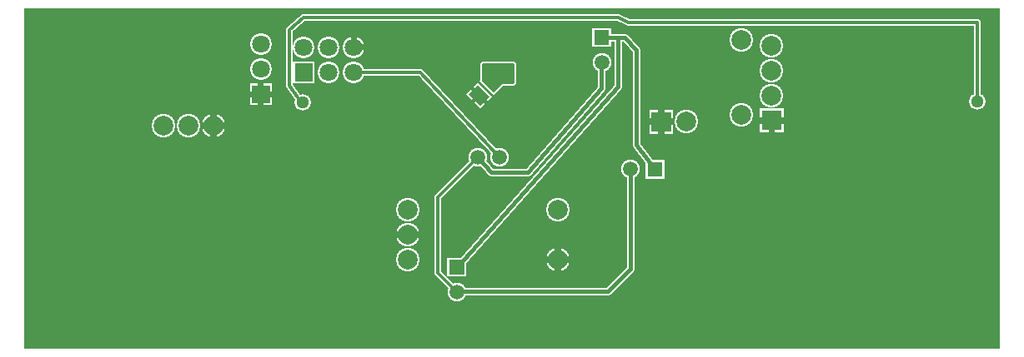
<source format=gbr>
%FSLAX34Y34*%
%MOMM*%
%LNCOPPER_BOTTOM*%
G71*
G01*
%ADD10C, 5.000*%
%ADD11C, 5.200*%
%ADD12C, 2.400*%
%ADD13C, 1.900*%
%ADD14C, 0.700*%
%ADD15C, 0.800*%
%ADD16C, 2.200*%
%ADD17C, 1.680*%
%ADD18C, 1.280*%
%ADD19C, 0.667*%
%ADD20C, 0.600*%
%ADD21C, 0.433*%
%ADD22C, 2.000*%
%ADD23C, 1.500*%
%ADD24C, 0.300*%
%ADD25C, 0.400*%
%ADD26C, 1.800*%
%LPD*%
G36*
X792Y-396D02*
X990792Y-396D01*
X990792Y-346396D01*
X792Y-346396D01*
X792Y-396D01*
G37*
%LPC*%
X50402Y-54371D02*
G54D10*
D03*
X831451Y-54371D02*
G54D11*
D03*
G36*
X747617Y-126298D02*
X747617Y-102298D01*
X771617Y-102298D01*
X771617Y-126298D01*
X747617Y-126298D01*
G37*
X759618Y-88898D02*
G54D12*
D03*
X759618Y-63498D02*
G54D12*
D03*
X759618Y-38098D02*
G54D12*
D03*
X390126Y-205184D02*
G54D12*
D03*
X542526Y-205184D02*
G54D12*
D03*
X390126Y-230584D02*
G54D12*
D03*
X542526Y-255984D02*
G54D12*
D03*
X390126Y-255984D02*
G54D12*
D03*
G36*
X430238Y-254025D02*
X449238Y-254025D01*
X449238Y-273025D01*
X430238Y-273025D01*
X430238Y-254025D01*
G37*
X439738Y-288925D02*
G54D13*
D03*
G36*
X596465Y-39590D02*
X577465Y-39590D01*
X577465Y-20590D01*
X596465Y-20590D01*
X596465Y-39590D01*
G37*
X586965Y-55490D02*
G54D13*
D03*
G54D14*
X439738Y-288925D02*
X420686Y-269873D01*
X420686Y-192484D01*
X461168Y-152002D01*
G54D15*
X461168Y-152002D02*
X475058Y-166686D01*
X511570Y-166686D01*
X586580Y-81755D01*
X586580Y-55875D01*
X586965Y-55490D01*
G54D15*
X439738Y-263525D02*
X603645Y-80167D01*
X603645Y-30102D01*
X586965Y-30090D01*
G36*
X273412Y-54422D02*
X295412Y-54422D01*
X295412Y-76422D01*
X273412Y-76422D01*
X273412Y-54422D01*
G37*
X284412Y-40022D02*
G54D16*
D03*
X309812Y-65422D02*
G54D16*
D03*
X309812Y-40022D02*
G54D16*
D03*
X335212Y-65422D02*
G54D16*
D03*
X335212Y-40022D02*
G54D16*
D03*
X483392Y-152002D02*
G54D13*
D03*
X142080Y-119458D02*
G54D12*
D03*
X167480Y-119458D02*
G54D12*
D03*
X192880Y-119458D02*
G54D12*
D03*
G36*
X659377Y-103751D02*
X659377Y-127751D01*
X635377Y-127751D01*
X635377Y-103751D01*
X659377Y-103751D01*
G37*
X672777Y-115751D02*
G54D12*
D03*
X461168Y-152002D02*
G54D13*
D03*
X968374Y-95250D02*
G54D17*
D03*
G54D14*
X282574Y-96837D02*
X282574Y-96837D01*
X269874Y-79374D01*
X269874Y-22224D01*
X284161Y-9524D01*
X603248Y-9524D01*
X614361Y-14287D01*
X968374Y-14287D01*
X968374Y-95250D01*
X282970Y-95645D02*
G54D17*
D03*
G54D14*
X335212Y-65422D02*
X402766Y-65422D01*
X483392Y-152002D01*
G36*
X229975Y-98672D02*
X229975Y-76672D01*
X251975Y-76672D01*
X251975Y-98672D01*
X229975Y-98672D01*
G37*
X240975Y-62272D02*
G54D16*
D03*
X240975Y-36872D02*
G54D16*
D03*
X728339Y-32805D02*
G54D12*
D03*
X728339Y-109004D02*
G54D12*
D03*
G36*
X631680Y-173564D02*
X631680Y-154564D01*
X650680Y-154564D01*
X650680Y-173564D01*
X631680Y-173564D01*
G37*
X615780Y-164064D02*
G54D13*
D03*
G54D15*
X615780Y-164064D02*
X615780Y-265279D01*
X592930Y-288130D01*
X440134Y-288528D01*
X439738Y-288925D01*
G54D15*
X587373Y-29763D02*
X609995Y-29763D01*
X621901Y-42860D01*
X621901Y-138904D01*
X641348Y-164304D01*
X417114Y-39686D02*
G54D18*
D03*
X636189Y-326229D02*
G54D18*
D03*
X307576Y-325039D02*
G54D18*
D03*
X641745Y-89295D02*
G54D18*
D03*
X573483Y-175020D02*
G54D18*
D03*
X479026Y-105964D02*
G54D18*
D03*
G36*
X467122Y-73422D02*
X467122Y-57944D01*
X496491Y-57944D01*
X496491Y-75406D01*
X485775Y-75406D01*
X477441Y-83741D01*
X467122Y-73422D01*
G37*
G54D14*
X467122Y-73422D02*
X467122Y-57944D01*
X496491Y-57944D01*
X496491Y-75406D01*
X485775Y-75406D01*
X477441Y-83741D01*
X467122Y-73422D01*
G36*
X488998Y-76424D02*
X476977Y-88445D01*
X462835Y-74303D01*
X474856Y-62282D01*
X488998Y-76424D01*
G37*
G36*
X475563Y-89859D02*
X463542Y-101879D01*
X449400Y-87737D01*
X461421Y-75717D01*
X475563Y-89859D01*
G37*
X490139Y-65482D02*
G54D18*
D03*
%LPD*%
G54D19*
G36*
X759617Y-117631D02*
X747117Y-117631D01*
X747117Y-110965D01*
X759617Y-110965D01*
X759617Y-117631D01*
G37*
G36*
X759617Y-110965D02*
X772117Y-110965D01*
X772117Y-117631D01*
X759617Y-117631D01*
X759617Y-110965D01*
G37*
G36*
X762950Y-114298D02*
X762950Y-126798D01*
X756284Y-126798D01*
X756284Y-114298D01*
X762950Y-114298D01*
G37*
G54D19*
G36*
X390126Y-227250D02*
X402626Y-227250D01*
X402626Y-233917D01*
X390126Y-233917D01*
X390126Y-227250D01*
G37*
G36*
X390126Y-233917D02*
X377626Y-233917D01*
X377626Y-227250D01*
X390126Y-227250D01*
X390126Y-233917D01*
G37*
G54D19*
G36*
X542526Y-252650D02*
X555026Y-252650D01*
X555026Y-259317D01*
X542526Y-259317D01*
X542526Y-252650D01*
G37*
G36*
X545860Y-255984D02*
X545860Y-268484D01*
X539193Y-268484D01*
X539193Y-255984D01*
X545860Y-255984D01*
G37*
G36*
X542526Y-259317D02*
X530026Y-259317D01*
X530026Y-252650D01*
X542526Y-252650D01*
X542526Y-259317D01*
G37*
G36*
X539193Y-255984D02*
X539193Y-243484D01*
X545860Y-243484D01*
X545860Y-255984D01*
X539193Y-255984D01*
G37*
G54D20*
G36*
X332212Y-40022D02*
X332212Y-28522D01*
X338212Y-28522D01*
X338212Y-40022D01*
X332212Y-40022D01*
G37*
G36*
X335212Y-37022D02*
X346712Y-37022D01*
X346712Y-43022D01*
X335212Y-43022D01*
X335212Y-37022D01*
G37*
G54D19*
G36*
X189547Y-119458D02*
X189547Y-106958D01*
X196214Y-106958D01*
X196214Y-119458D01*
X189547Y-119458D01*
G37*
G36*
X192880Y-116124D02*
X205380Y-116124D01*
X205380Y-122791D01*
X192880Y-122791D01*
X192880Y-116124D01*
G37*
G36*
X196214Y-119458D02*
X196214Y-131958D01*
X189547Y-131958D01*
X189547Y-119458D01*
X196214Y-119458D01*
G37*
G36*
X192880Y-122791D02*
X180380Y-122791D01*
X180380Y-116124D01*
X192880Y-116124D01*
X192880Y-122791D01*
G37*
G54D19*
G36*
X647377Y-112417D02*
X659877Y-112417D01*
X659877Y-119084D01*
X647377Y-119084D01*
X647377Y-112417D01*
G37*
G36*
X650710Y-115751D02*
X650710Y-128251D01*
X644044Y-128251D01*
X644044Y-115751D01*
X650710Y-115751D01*
G37*
G36*
X647377Y-119084D02*
X634877Y-119084D01*
X634877Y-112417D01*
X647377Y-112417D01*
X647377Y-119084D01*
G37*
G36*
X644044Y-115751D02*
X644044Y-103251D01*
X650710Y-103251D01*
X650710Y-115751D01*
X644044Y-115751D01*
G37*
G54D20*
G36*
X240975Y-90672D02*
X229475Y-90672D01*
X229475Y-84672D01*
X240975Y-84672D01*
X240975Y-90672D01*
G37*
G36*
X237975Y-87672D02*
X237975Y-76172D01*
X243975Y-76172D01*
X243975Y-87672D01*
X237975Y-87672D01*
G37*
G36*
X240975Y-84672D02*
X252475Y-84672D01*
X252475Y-90672D01*
X240975Y-90672D01*
X240975Y-84672D01*
G37*
G36*
X243975Y-87672D02*
X243975Y-99172D01*
X237975Y-99172D01*
X237975Y-87672D01*
X243975Y-87672D01*
G37*
G54D21*
G36*
X464014Y-87266D02*
X471438Y-94691D01*
X468374Y-97755D01*
X460950Y-90330D01*
X464014Y-87266D01*
G37*
G36*
X464014Y-90330D02*
X457650Y-96694D01*
X454586Y-93630D01*
X460950Y-87266D01*
X464014Y-90330D01*
G37*
G36*
X460950Y-90330D02*
X453525Y-82905D01*
X456589Y-79841D01*
X464014Y-87266D01*
X460950Y-90330D01*
G37*
X50402Y-54371D02*
G54D10*
D03*
X831451Y-54371D02*
G54D11*
D03*
G36*
X749617Y-124298D02*
X749617Y-104298D01*
X769617Y-104298D01*
X769617Y-124298D01*
X749617Y-124298D01*
G37*
X759618Y-88898D02*
G54D22*
D03*
X759618Y-63498D02*
G54D22*
D03*
X759618Y-38098D02*
G54D22*
D03*
X390126Y-205184D02*
G54D22*
D03*
X542526Y-205184D02*
G54D22*
D03*
X390126Y-230584D02*
G54D22*
D03*
X542526Y-255984D02*
G54D22*
D03*
X390126Y-255984D02*
G54D22*
D03*
G36*
X432238Y-256025D02*
X447238Y-256025D01*
X447238Y-271025D01*
X432238Y-271025D01*
X432238Y-256025D01*
G37*
X439738Y-288925D02*
G54D23*
D03*
G36*
X594465Y-37590D02*
X579465Y-37590D01*
X579465Y-22590D01*
X594465Y-22590D01*
X594465Y-37590D01*
G37*
X586965Y-55490D02*
G54D23*
D03*
G54D24*
X439738Y-288925D02*
X420686Y-269873D01*
X420686Y-192484D01*
X461168Y-152002D01*
G54D25*
X461168Y-152002D02*
X475058Y-166686D01*
X511570Y-166686D01*
X586580Y-81755D01*
X586580Y-55875D01*
X586965Y-55490D01*
G54D25*
X439738Y-263525D02*
X603645Y-80167D01*
X603645Y-30102D01*
X586965Y-30090D01*
G36*
X275412Y-56422D02*
X293412Y-56422D01*
X293412Y-74422D01*
X275412Y-74422D01*
X275412Y-56422D01*
G37*
X284412Y-40022D02*
G54D26*
D03*
X309812Y-65422D02*
G54D26*
D03*
X309812Y-40022D02*
G54D26*
D03*
X335212Y-65422D02*
G54D26*
D03*
X335212Y-40022D02*
G54D26*
D03*
X483392Y-152002D02*
G54D23*
D03*
X142080Y-119458D02*
G54D22*
D03*
X167480Y-119458D02*
G54D22*
D03*
X192880Y-119458D02*
G54D22*
D03*
G36*
X657377Y-105751D02*
X657377Y-125751D01*
X637377Y-125751D01*
X637377Y-105751D01*
X657377Y-105751D01*
G37*
X672777Y-115751D02*
G54D22*
D03*
X461168Y-152002D02*
G54D23*
D03*
X968374Y-95250D02*
G54D18*
D03*
G54D24*
X282574Y-96837D02*
X282574Y-96837D01*
X269874Y-79374D01*
X269874Y-22224D01*
X284161Y-9524D01*
X603248Y-9524D01*
X614361Y-14287D01*
X968374Y-14287D01*
X968374Y-95250D01*
X282970Y-95645D02*
G54D18*
D03*
G54D24*
X335212Y-65422D02*
X402766Y-65422D01*
X483392Y-152002D01*
G36*
X231975Y-96672D02*
X231975Y-78672D01*
X249975Y-78672D01*
X249975Y-96672D01*
X231975Y-96672D01*
G37*
X240975Y-62272D02*
G54D26*
D03*
X240975Y-36872D02*
G54D26*
D03*
X728339Y-32805D02*
G54D22*
D03*
X728339Y-109004D02*
G54D22*
D03*
G36*
X633680Y-171564D02*
X633680Y-156564D01*
X648680Y-156564D01*
X648680Y-171564D01*
X633680Y-171564D01*
G37*
X615780Y-164064D02*
G54D23*
D03*
G54D25*
X615780Y-164064D02*
X615780Y-265279D01*
X592930Y-288130D01*
X440134Y-288528D01*
X439738Y-288925D01*
G54D25*
X587373Y-29763D02*
X609995Y-29763D01*
X621901Y-42860D01*
X621901Y-138904D01*
X641348Y-164304D01*
X417114Y-39686D02*
G54D18*
D03*
X636189Y-326229D02*
G54D18*
D03*
X307576Y-325039D02*
G54D18*
D03*
X641745Y-89295D02*
G54D18*
D03*
X573483Y-175020D02*
G54D18*
D03*
X479026Y-105964D02*
G54D18*
D03*
G36*
X467122Y-73422D02*
X467122Y-57944D01*
X496491Y-57944D01*
X496491Y-75406D01*
X485775Y-75406D01*
X477441Y-83741D01*
X467122Y-73422D01*
G37*
G54D24*
X467122Y-73422D02*
X467122Y-57944D01*
X496491Y-57944D01*
X496491Y-75406D01*
X485775Y-75406D01*
X477441Y-83741D01*
X467122Y-73422D01*
G36*
X486169Y-76424D02*
X476977Y-85616D01*
X465663Y-74303D01*
X474856Y-65110D01*
X486169Y-76424D01*
G37*
G36*
X472735Y-89859D02*
X463542Y-99051D01*
X452229Y-87737D01*
X461421Y-78545D01*
X472735Y-89859D01*
G37*
X490139Y-65482D02*
G54D18*
D03*
M02*

</source>
